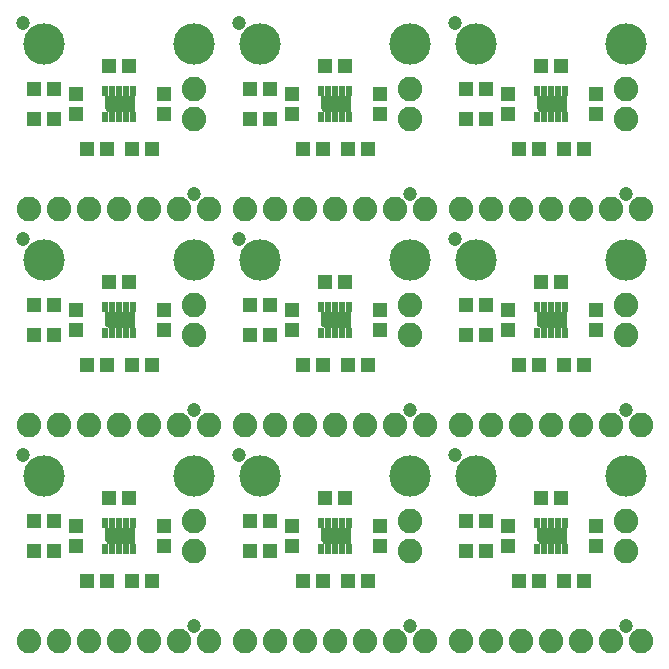
<source format=gts>
G75*
%MOIN*%
%OFA0B0*%
%FSLAX25Y25*%
%IPPOS*%
%LPD*%
%AMOC8*
5,1,8,0,0,1.08239X$1,22.5*
%
%ADD10C,0.08200*%
%ADD11R,0.05131X0.04737*%
%ADD12R,0.04737X0.05131*%
%ADD13C,0.13800*%
%ADD14C,0.04737*%
%ADD15R,0.02375X0.03556*%
%ADD16C,0.00197*%
D10*
X0007250Y0010060D03*
X0017250Y0010060D03*
X0027250Y0010060D03*
X0037250Y0010060D03*
X0047250Y0010060D03*
X0057250Y0010060D03*
X0067250Y0010060D03*
X0079250Y0010060D03*
X0089250Y0010060D03*
X0099250Y0010060D03*
X0109250Y0010060D03*
X0119250Y0010060D03*
X0129250Y0010060D03*
X0139250Y0010060D03*
X0151250Y0010060D03*
X0161250Y0010060D03*
X0171250Y0010060D03*
X0181250Y0010060D03*
X0191250Y0010060D03*
X0201250Y0010060D03*
X0211250Y0010060D03*
X0206250Y0040060D03*
X0206250Y0050060D03*
X0201250Y0082060D03*
X0191250Y0082060D03*
X0181250Y0082060D03*
X0171250Y0082060D03*
X0161250Y0082060D03*
X0151250Y0082060D03*
X0139250Y0082060D03*
X0129250Y0082060D03*
X0119250Y0082060D03*
X0109250Y0082060D03*
X0099250Y0082060D03*
X0089250Y0082060D03*
X0079250Y0082060D03*
X0067250Y0082060D03*
X0057250Y0082060D03*
X0047250Y0082060D03*
X0037250Y0082060D03*
X0027250Y0082060D03*
X0017250Y0082060D03*
X0007250Y0082060D03*
X0062250Y0112060D03*
X0062250Y0122060D03*
X0057250Y0154060D03*
X0067250Y0154060D03*
X0079250Y0154060D03*
X0089250Y0154060D03*
X0099250Y0154060D03*
X0109250Y0154060D03*
X0119250Y0154060D03*
X0129250Y0154060D03*
X0139250Y0154060D03*
X0151250Y0154060D03*
X0161250Y0154060D03*
X0171250Y0154060D03*
X0181250Y0154060D03*
X0191250Y0154060D03*
X0201250Y0154060D03*
X0211250Y0154060D03*
X0206250Y0184060D03*
X0206250Y0194060D03*
X0206250Y0122060D03*
X0206250Y0112060D03*
X0211250Y0082060D03*
X0134250Y0112060D03*
X0134250Y0122060D03*
X0134250Y0184060D03*
X0134250Y0194060D03*
X0062250Y0194060D03*
X0062250Y0184060D03*
X0047250Y0154060D03*
X0037250Y0154060D03*
X0027250Y0154060D03*
X0017250Y0154060D03*
X0007250Y0154060D03*
X0062250Y0050060D03*
X0062250Y0040060D03*
X0134250Y0040060D03*
X0134250Y0050060D03*
D11*
X0152904Y0050060D03*
X0159596Y0050060D03*
X0159596Y0040060D03*
X0152904Y0040060D03*
X0170404Y0030060D03*
X0177096Y0030060D03*
X0185404Y0030060D03*
X0192096Y0030060D03*
X0184596Y0057560D03*
X0177904Y0057560D03*
X0177096Y0102060D03*
X0170404Y0102060D03*
X0159596Y0112060D03*
X0152904Y0112060D03*
X0152904Y0122060D03*
X0159596Y0122060D03*
X0177904Y0129560D03*
X0184596Y0129560D03*
X0185404Y0102060D03*
X0192096Y0102060D03*
X0192096Y0174060D03*
X0185404Y0174060D03*
X0177096Y0174060D03*
X0170404Y0174060D03*
X0159596Y0184060D03*
X0152904Y0184060D03*
X0152904Y0194060D03*
X0159596Y0194060D03*
X0177904Y0201560D03*
X0184596Y0201560D03*
X0120096Y0174060D03*
X0113404Y0174060D03*
X0105096Y0174060D03*
X0098404Y0174060D03*
X0087596Y0184060D03*
X0080904Y0184060D03*
X0080904Y0194060D03*
X0087596Y0194060D03*
X0105904Y0201560D03*
X0112596Y0201560D03*
X0048096Y0174060D03*
X0041404Y0174060D03*
X0033096Y0174060D03*
X0026404Y0174060D03*
X0015596Y0184060D03*
X0008904Y0184060D03*
X0008904Y0194060D03*
X0015596Y0194060D03*
X0033904Y0201560D03*
X0040596Y0201560D03*
X0040596Y0129560D03*
X0033904Y0129560D03*
X0015596Y0122060D03*
X0008904Y0122060D03*
X0008904Y0112060D03*
X0015596Y0112060D03*
X0026404Y0102060D03*
X0033096Y0102060D03*
X0041404Y0102060D03*
X0048096Y0102060D03*
X0080904Y0112060D03*
X0087596Y0112060D03*
X0087596Y0122060D03*
X0080904Y0122060D03*
X0098404Y0102060D03*
X0105096Y0102060D03*
X0113404Y0102060D03*
X0120096Y0102060D03*
X0112596Y0129560D03*
X0105904Y0129560D03*
X0105904Y0057560D03*
X0112596Y0057560D03*
X0087596Y0050060D03*
X0080904Y0050060D03*
X0080904Y0040060D03*
X0087596Y0040060D03*
X0098404Y0030060D03*
X0105096Y0030060D03*
X0113404Y0030060D03*
X0120096Y0030060D03*
X0048096Y0030060D03*
X0041404Y0030060D03*
X0033096Y0030060D03*
X0026404Y0030060D03*
X0015596Y0040060D03*
X0008904Y0040060D03*
X0008904Y0050060D03*
X0015596Y0050060D03*
X0033904Y0057560D03*
X0040596Y0057560D03*
D12*
X0052250Y0048406D03*
X0052250Y0041714D03*
X0022750Y0041714D03*
X0022750Y0048406D03*
X0022750Y0113714D03*
X0022750Y0120406D03*
X0052250Y0120406D03*
X0052250Y0113714D03*
X0094750Y0113714D03*
X0094750Y0120406D03*
X0124250Y0120406D03*
X0124250Y0113714D03*
X0166750Y0113714D03*
X0166750Y0120406D03*
X0196250Y0120406D03*
X0196250Y0113714D03*
X0196250Y0048406D03*
X0196250Y0041714D03*
X0166750Y0041714D03*
X0166750Y0048406D03*
X0124250Y0048406D03*
X0124250Y0041714D03*
X0094750Y0041714D03*
X0094750Y0048406D03*
X0094750Y0185714D03*
X0094750Y0192406D03*
X0124250Y0192406D03*
X0124250Y0185714D03*
X0166750Y0185714D03*
X0166750Y0192406D03*
X0196250Y0192406D03*
X0196250Y0185714D03*
X0052250Y0185714D03*
X0052250Y0192406D03*
X0022750Y0192406D03*
X0022750Y0185714D03*
D13*
X0012250Y0209060D03*
X0062250Y0209060D03*
X0084250Y0209060D03*
X0134250Y0209060D03*
X0156250Y0209060D03*
X0206250Y0209060D03*
X0206250Y0137060D03*
X0156250Y0137060D03*
X0134250Y0137060D03*
X0084250Y0137060D03*
X0062250Y0137060D03*
X0012250Y0137060D03*
X0012250Y0065060D03*
X0062250Y0065060D03*
X0084250Y0065060D03*
X0134250Y0065060D03*
X0156250Y0065060D03*
X0206250Y0065060D03*
D14*
X0206250Y0087060D03*
X0149250Y0072060D03*
X0134250Y0087060D03*
X0149250Y0144060D03*
X0134250Y0159060D03*
X0149250Y0216060D03*
X0206250Y0159060D03*
X0077250Y0144060D03*
X0062250Y0159060D03*
X0077250Y0216060D03*
X0005250Y0216060D03*
X0005250Y0144060D03*
X0062250Y0087060D03*
X0077250Y0072060D03*
X0062250Y0015060D03*
X0005250Y0072060D03*
X0134250Y0015060D03*
X0206250Y0015060D03*
D15*
X0185974Y0040729D03*
X0183612Y0040729D03*
X0181250Y0040729D03*
X0178888Y0040729D03*
X0176526Y0040729D03*
X0176526Y0049391D03*
X0178888Y0049391D03*
X0181250Y0049391D03*
X0183612Y0049391D03*
X0185974Y0049391D03*
X0185974Y0112729D03*
X0183612Y0112729D03*
X0181250Y0112729D03*
X0178888Y0112729D03*
X0176526Y0112729D03*
X0176526Y0121391D03*
X0178888Y0121391D03*
X0181250Y0121391D03*
X0183612Y0121391D03*
X0185974Y0121391D03*
X0185974Y0184729D03*
X0183612Y0184729D03*
X0181250Y0184729D03*
X0178888Y0184729D03*
X0176526Y0184729D03*
X0176526Y0193391D03*
X0178888Y0193391D03*
X0181250Y0193391D03*
X0183612Y0193391D03*
X0185974Y0193391D03*
X0113974Y0193391D03*
X0111612Y0193391D03*
X0109250Y0193391D03*
X0106888Y0193391D03*
X0104526Y0193391D03*
X0104526Y0184729D03*
X0106888Y0184729D03*
X0109250Y0184729D03*
X0111612Y0184729D03*
X0113974Y0184729D03*
X0113974Y0121391D03*
X0111612Y0121391D03*
X0109250Y0121391D03*
X0106888Y0121391D03*
X0104526Y0121391D03*
X0104526Y0112729D03*
X0106888Y0112729D03*
X0109250Y0112729D03*
X0111612Y0112729D03*
X0113974Y0112729D03*
X0113974Y0049391D03*
X0111612Y0049391D03*
X0109250Y0049391D03*
X0106888Y0049391D03*
X0104526Y0049391D03*
X0104526Y0040729D03*
X0106888Y0040729D03*
X0109250Y0040729D03*
X0111612Y0040729D03*
X0113974Y0040729D03*
X0041974Y0040729D03*
X0039612Y0040729D03*
X0037250Y0040729D03*
X0034888Y0040729D03*
X0032526Y0040729D03*
X0032526Y0049391D03*
X0034888Y0049391D03*
X0037250Y0049391D03*
X0039612Y0049391D03*
X0041974Y0049391D03*
X0041974Y0112729D03*
X0039612Y0112729D03*
X0037250Y0112729D03*
X0034888Y0112729D03*
X0032526Y0112729D03*
X0032526Y0121391D03*
X0034888Y0121391D03*
X0037250Y0121391D03*
X0039612Y0121391D03*
X0041974Y0121391D03*
X0041974Y0184729D03*
X0039612Y0184729D03*
X0037250Y0184729D03*
X0034888Y0184729D03*
X0032526Y0184729D03*
X0032526Y0193391D03*
X0034888Y0193391D03*
X0037250Y0193391D03*
X0039612Y0193391D03*
X0041974Y0193391D03*
D16*
X0042073Y0191521D02*
X0042073Y0186599D01*
X0033510Y0186599D01*
X0032427Y0187682D01*
X0032427Y0191521D01*
X0042073Y0191521D01*
X0042073Y0191435D02*
X0032427Y0191435D01*
X0032427Y0191240D02*
X0042073Y0191240D01*
X0042073Y0191044D02*
X0032427Y0191044D01*
X0032427Y0190849D02*
X0042073Y0190849D01*
X0042073Y0190654D02*
X0032427Y0190654D01*
X0032427Y0190458D02*
X0042073Y0190458D01*
X0042073Y0190263D02*
X0032427Y0190263D01*
X0032427Y0190068D02*
X0042073Y0190068D01*
X0042073Y0189872D02*
X0032427Y0189872D01*
X0032427Y0189677D02*
X0042073Y0189677D01*
X0042073Y0189481D02*
X0032427Y0189481D01*
X0032427Y0189286D02*
X0042073Y0189286D01*
X0042073Y0189091D02*
X0032427Y0189091D01*
X0032427Y0188895D02*
X0042073Y0188895D01*
X0042073Y0188700D02*
X0032427Y0188700D01*
X0032427Y0188505D02*
X0042073Y0188505D01*
X0042073Y0188309D02*
X0032427Y0188309D01*
X0032427Y0188114D02*
X0042073Y0188114D01*
X0042073Y0187919D02*
X0032427Y0187919D01*
X0032427Y0187723D02*
X0042073Y0187723D01*
X0042073Y0187528D02*
X0032581Y0187528D01*
X0032777Y0187332D02*
X0042073Y0187332D01*
X0042073Y0187137D02*
X0032972Y0187137D01*
X0033167Y0186942D02*
X0042073Y0186942D01*
X0042073Y0186746D02*
X0033363Y0186746D01*
X0032427Y0119521D02*
X0042073Y0119521D01*
X0042073Y0114599D01*
X0033510Y0114599D01*
X0032427Y0115682D01*
X0032427Y0119521D01*
X0032427Y0119347D02*
X0042073Y0119347D01*
X0042073Y0119151D02*
X0032427Y0119151D01*
X0032427Y0118956D02*
X0042073Y0118956D01*
X0042073Y0118761D02*
X0032427Y0118761D01*
X0032427Y0118565D02*
X0042073Y0118565D01*
X0042073Y0118370D02*
X0032427Y0118370D01*
X0032427Y0118174D02*
X0042073Y0118174D01*
X0042073Y0117979D02*
X0032427Y0117979D01*
X0032427Y0117784D02*
X0042073Y0117784D01*
X0042073Y0117588D02*
X0032427Y0117588D01*
X0032427Y0117393D02*
X0042073Y0117393D01*
X0042073Y0117198D02*
X0032427Y0117198D01*
X0032427Y0117002D02*
X0042073Y0117002D01*
X0042073Y0116807D02*
X0032427Y0116807D01*
X0032427Y0116612D02*
X0042073Y0116612D01*
X0042073Y0116416D02*
X0032427Y0116416D01*
X0032427Y0116221D02*
X0042073Y0116221D01*
X0042073Y0116025D02*
X0032427Y0116025D01*
X0032427Y0115830D02*
X0042073Y0115830D01*
X0042073Y0115635D02*
X0032474Y0115635D01*
X0032670Y0115439D02*
X0042073Y0115439D01*
X0042073Y0115244D02*
X0032865Y0115244D01*
X0033061Y0115049D02*
X0042073Y0115049D01*
X0042073Y0114853D02*
X0033256Y0114853D01*
X0033451Y0114658D02*
X0042073Y0114658D01*
X0104427Y0115682D02*
X0104427Y0119521D01*
X0114073Y0119521D01*
X0114073Y0114599D01*
X0105510Y0114599D01*
X0104427Y0115682D01*
X0104474Y0115635D02*
X0114073Y0115635D01*
X0114073Y0115830D02*
X0104427Y0115830D01*
X0104427Y0116025D02*
X0114073Y0116025D01*
X0114073Y0116221D02*
X0104427Y0116221D01*
X0104427Y0116416D02*
X0114073Y0116416D01*
X0114073Y0116612D02*
X0104427Y0116612D01*
X0104427Y0116807D02*
X0114073Y0116807D01*
X0114073Y0117002D02*
X0104427Y0117002D01*
X0104427Y0117198D02*
X0114073Y0117198D01*
X0114073Y0117393D02*
X0104427Y0117393D01*
X0104427Y0117588D02*
X0114073Y0117588D01*
X0114073Y0117784D02*
X0104427Y0117784D01*
X0104427Y0117979D02*
X0114073Y0117979D01*
X0114073Y0118174D02*
X0104427Y0118174D01*
X0104427Y0118370D02*
X0114073Y0118370D01*
X0114073Y0118565D02*
X0104427Y0118565D01*
X0104427Y0118761D02*
X0114073Y0118761D01*
X0114073Y0118956D02*
X0104427Y0118956D01*
X0104427Y0119151D02*
X0114073Y0119151D01*
X0114073Y0119347D02*
X0104427Y0119347D01*
X0104670Y0115439D02*
X0114073Y0115439D01*
X0114073Y0115244D02*
X0104865Y0115244D01*
X0105061Y0115049D02*
X0114073Y0115049D01*
X0114073Y0114853D02*
X0105256Y0114853D01*
X0105451Y0114658D02*
X0114073Y0114658D01*
X0176427Y0115682D02*
X0177510Y0114599D01*
X0186073Y0114599D01*
X0186073Y0119521D01*
X0176427Y0119521D01*
X0176427Y0115682D01*
X0176474Y0115635D02*
X0186073Y0115635D01*
X0186073Y0115830D02*
X0176427Y0115830D01*
X0176427Y0116025D02*
X0186073Y0116025D01*
X0186073Y0116221D02*
X0176427Y0116221D01*
X0176427Y0116416D02*
X0186073Y0116416D01*
X0186073Y0116612D02*
X0176427Y0116612D01*
X0176427Y0116807D02*
X0186073Y0116807D01*
X0186073Y0117002D02*
X0176427Y0117002D01*
X0176427Y0117198D02*
X0186073Y0117198D01*
X0186073Y0117393D02*
X0176427Y0117393D01*
X0176427Y0117588D02*
X0186073Y0117588D01*
X0186073Y0117784D02*
X0176427Y0117784D01*
X0176427Y0117979D02*
X0186073Y0117979D01*
X0186073Y0118174D02*
X0176427Y0118174D01*
X0176427Y0118370D02*
X0186073Y0118370D01*
X0186073Y0118565D02*
X0176427Y0118565D01*
X0176427Y0118761D02*
X0186073Y0118761D01*
X0186073Y0118956D02*
X0176427Y0118956D01*
X0176427Y0119151D02*
X0186073Y0119151D01*
X0186073Y0119347D02*
X0176427Y0119347D01*
X0176670Y0115439D02*
X0186073Y0115439D01*
X0186073Y0115244D02*
X0176865Y0115244D01*
X0177061Y0115049D02*
X0186073Y0115049D01*
X0186073Y0114853D02*
X0177256Y0114853D01*
X0177451Y0114658D02*
X0186073Y0114658D01*
X0186073Y0047521D02*
X0176427Y0047521D01*
X0176427Y0043682D01*
X0177510Y0042599D01*
X0186073Y0042599D01*
X0186073Y0047521D01*
X0186073Y0047453D02*
X0176427Y0047453D01*
X0176427Y0047258D02*
X0186073Y0047258D01*
X0186073Y0047063D02*
X0176427Y0047063D01*
X0176427Y0046867D02*
X0186073Y0046867D01*
X0186073Y0046672D02*
X0176427Y0046672D01*
X0176427Y0046477D02*
X0186073Y0046477D01*
X0186073Y0046281D02*
X0176427Y0046281D01*
X0176427Y0046086D02*
X0186073Y0046086D01*
X0186073Y0045891D02*
X0176427Y0045891D01*
X0176427Y0045695D02*
X0186073Y0045695D01*
X0186073Y0045500D02*
X0176427Y0045500D01*
X0176427Y0045305D02*
X0186073Y0045305D01*
X0186073Y0045109D02*
X0176427Y0045109D01*
X0176427Y0044914D02*
X0186073Y0044914D01*
X0186073Y0044718D02*
X0176427Y0044718D01*
X0176427Y0044523D02*
X0186073Y0044523D01*
X0186073Y0044328D02*
X0176427Y0044328D01*
X0176427Y0044132D02*
X0186073Y0044132D01*
X0186073Y0043937D02*
X0176427Y0043937D01*
X0176427Y0043742D02*
X0186073Y0043742D01*
X0186073Y0043546D02*
X0176563Y0043546D01*
X0176758Y0043351D02*
X0186073Y0043351D01*
X0186073Y0043156D02*
X0176954Y0043156D01*
X0177149Y0042960D02*
X0186073Y0042960D01*
X0186073Y0042765D02*
X0177344Y0042765D01*
X0114073Y0042765D02*
X0105344Y0042765D01*
X0105510Y0042599D02*
X0104427Y0043682D01*
X0104427Y0047521D01*
X0114073Y0047521D01*
X0114073Y0042599D01*
X0105510Y0042599D01*
X0105149Y0042960D02*
X0114073Y0042960D01*
X0114073Y0043156D02*
X0104954Y0043156D01*
X0104758Y0043351D02*
X0114073Y0043351D01*
X0114073Y0043546D02*
X0104563Y0043546D01*
X0104427Y0043742D02*
X0114073Y0043742D01*
X0114073Y0043937D02*
X0104427Y0043937D01*
X0104427Y0044132D02*
X0114073Y0044132D01*
X0114073Y0044328D02*
X0104427Y0044328D01*
X0104427Y0044523D02*
X0114073Y0044523D01*
X0114073Y0044718D02*
X0104427Y0044718D01*
X0104427Y0044914D02*
X0114073Y0044914D01*
X0114073Y0045109D02*
X0104427Y0045109D01*
X0104427Y0045305D02*
X0114073Y0045305D01*
X0114073Y0045500D02*
X0104427Y0045500D01*
X0104427Y0045695D02*
X0114073Y0045695D01*
X0114073Y0045891D02*
X0104427Y0045891D01*
X0104427Y0046086D02*
X0114073Y0046086D01*
X0114073Y0046281D02*
X0104427Y0046281D01*
X0104427Y0046477D02*
X0114073Y0046477D01*
X0114073Y0046672D02*
X0104427Y0046672D01*
X0104427Y0046867D02*
X0114073Y0046867D01*
X0114073Y0047063D02*
X0104427Y0047063D01*
X0104427Y0047258D02*
X0114073Y0047258D01*
X0114073Y0047453D02*
X0104427Y0047453D01*
X0042073Y0047453D02*
X0032427Y0047453D01*
X0032427Y0047521D02*
X0042073Y0047521D01*
X0042073Y0042599D01*
X0033510Y0042599D01*
X0032427Y0043682D01*
X0032427Y0047521D01*
X0032427Y0047258D02*
X0042073Y0047258D01*
X0042073Y0047063D02*
X0032427Y0047063D01*
X0032427Y0046867D02*
X0042073Y0046867D01*
X0042073Y0046672D02*
X0032427Y0046672D01*
X0032427Y0046477D02*
X0042073Y0046477D01*
X0042073Y0046281D02*
X0032427Y0046281D01*
X0032427Y0046086D02*
X0042073Y0046086D01*
X0042073Y0045891D02*
X0032427Y0045891D01*
X0032427Y0045695D02*
X0042073Y0045695D01*
X0042073Y0045500D02*
X0032427Y0045500D01*
X0032427Y0045305D02*
X0042073Y0045305D01*
X0042073Y0045109D02*
X0032427Y0045109D01*
X0032427Y0044914D02*
X0042073Y0044914D01*
X0042073Y0044718D02*
X0032427Y0044718D01*
X0032427Y0044523D02*
X0042073Y0044523D01*
X0042073Y0044328D02*
X0032427Y0044328D01*
X0032427Y0044132D02*
X0042073Y0044132D01*
X0042073Y0043937D02*
X0032427Y0043937D01*
X0032427Y0043742D02*
X0042073Y0043742D01*
X0042073Y0043546D02*
X0032563Y0043546D01*
X0032758Y0043351D02*
X0042073Y0043351D01*
X0042073Y0043156D02*
X0032954Y0043156D01*
X0033149Y0042960D02*
X0042073Y0042960D01*
X0042073Y0042765D02*
X0033344Y0042765D01*
X0105510Y0186599D02*
X0104427Y0187682D01*
X0104427Y0191521D01*
X0114073Y0191521D01*
X0114073Y0186599D01*
X0105510Y0186599D01*
X0105363Y0186746D02*
X0114073Y0186746D01*
X0114073Y0186942D02*
X0105167Y0186942D01*
X0104972Y0187137D02*
X0114073Y0187137D01*
X0114073Y0187332D02*
X0104777Y0187332D01*
X0104581Y0187528D02*
X0114073Y0187528D01*
X0114073Y0187723D02*
X0104427Y0187723D01*
X0104427Y0187919D02*
X0114073Y0187919D01*
X0114073Y0188114D02*
X0104427Y0188114D01*
X0104427Y0188309D02*
X0114073Y0188309D01*
X0114073Y0188505D02*
X0104427Y0188505D01*
X0104427Y0188700D02*
X0114073Y0188700D01*
X0114073Y0188895D02*
X0104427Y0188895D01*
X0104427Y0189091D02*
X0114073Y0189091D01*
X0114073Y0189286D02*
X0104427Y0189286D01*
X0104427Y0189481D02*
X0114073Y0189481D01*
X0114073Y0189677D02*
X0104427Y0189677D01*
X0104427Y0189872D02*
X0114073Y0189872D01*
X0114073Y0190068D02*
X0104427Y0190068D01*
X0104427Y0190263D02*
X0114073Y0190263D01*
X0114073Y0190458D02*
X0104427Y0190458D01*
X0104427Y0190654D02*
X0114073Y0190654D01*
X0114073Y0190849D02*
X0104427Y0190849D01*
X0104427Y0191044D02*
X0114073Y0191044D01*
X0114073Y0191240D02*
X0104427Y0191240D01*
X0104427Y0191435D02*
X0114073Y0191435D01*
X0176427Y0191435D02*
X0186073Y0191435D01*
X0186073Y0191521D02*
X0186073Y0186599D01*
X0177510Y0186599D01*
X0176427Y0187682D01*
X0176427Y0191521D01*
X0186073Y0191521D01*
X0186073Y0191240D02*
X0176427Y0191240D01*
X0176427Y0191044D02*
X0186073Y0191044D01*
X0186073Y0190849D02*
X0176427Y0190849D01*
X0176427Y0190654D02*
X0186073Y0190654D01*
X0186073Y0190458D02*
X0176427Y0190458D01*
X0176427Y0190263D02*
X0186073Y0190263D01*
X0186073Y0190068D02*
X0176427Y0190068D01*
X0176427Y0189872D02*
X0186073Y0189872D01*
X0186073Y0189677D02*
X0176427Y0189677D01*
X0176427Y0189481D02*
X0186073Y0189481D01*
X0186073Y0189286D02*
X0176427Y0189286D01*
X0176427Y0189091D02*
X0186073Y0189091D01*
X0186073Y0188895D02*
X0176427Y0188895D01*
X0176427Y0188700D02*
X0186073Y0188700D01*
X0186073Y0188505D02*
X0176427Y0188505D01*
X0176427Y0188309D02*
X0186073Y0188309D01*
X0186073Y0188114D02*
X0176427Y0188114D01*
X0176427Y0187919D02*
X0186073Y0187919D01*
X0186073Y0187723D02*
X0176427Y0187723D01*
X0176581Y0187528D02*
X0186073Y0187528D01*
X0186073Y0187332D02*
X0176777Y0187332D01*
X0176972Y0187137D02*
X0186073Y0187137D01*
X0186073Y0186942D02*
X0177167Y0186942D01*
X0177363Y0186746D02*
X0186073Y0186746D01*
M02*

</source>
